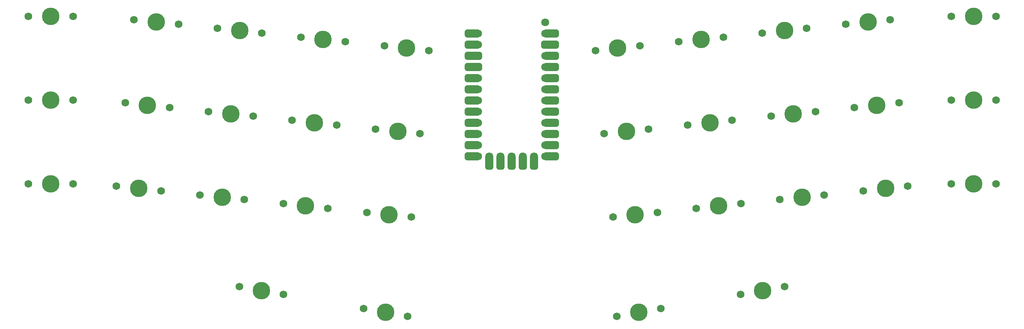
<source format=gbr>
%TF.GenerationSoftware,KiCad,Pcbnew,8.0.4*%
%TF.CreationDate,2024-12-12T17:25:20-05:00*%
%TF.ProjectId,babier-v,62616269-6572-42d7-962e-6b696361645f,rev?*%
%TF.SameCoordinates,Original*%
%TF.FileFunction,Soldermask,Top*%
%TF.FilePolarity,Negative*%
%FSLAX46Y46*%
G04 Gerber Fmt 4.6, Leading zero omitted, Abs format (unit mm)*
G04 Created by KiCad (PCBNEW 8.0.4) date 2024-12-12 17:25:20*
%MOMM*%
%LPD*%
G01*
G04 APERTURE LIST*
G04 Aperture macros list*
%AMRoundRect*
0 Rectangle with rounded corners*
0 $1 Rounding radius*
0 $2 $3 $4 $5 $6 $7 $8 $9 X,Y pos of 4 corners*
0 Add a 4 corners polygon primitive as box body*
4,1,4,$2,$3,$4,$5,$6,$7,$8,$9,$2,$3,0*
0 Add four circle primitives for the rounded corners*
1,1,$1+$1,$2,$3*
1,1,$1+$1,$4,$5*
1,1,$1+$1,$6,$7*
1,1,$1+$1,$8,$9*
0 Add four rect primitives between the rounded corners*
20,1,$1+$1,$2,$3,$4,$5,0*
20,1,$1+$1,$4,$5,$6,$7,0*
20,1,$1+$1,$6,$7,$8,$9,0*
20,1,$1+$1,$8,$9,$2,$3,0*%
G04 Aperture macros list end*
%ADD10C,1.750000*%
%ADD11C,3.987800*%
%ADD12C,1.800000*%
%ADD13RoundRect,0.450000X0.450000X-1.300000X0.450000X1.300000X-0.450000X1.300000X-0.450000X-1.300000X0*%
%ADD14RoundRect,0.450000X-1.300000X-0.450000X1.300000X-0.450000X1.300000X0.450000X-1.300000X0.450000X0*%
%ADD15RoundRect,0.450000X-0.450000X-0.450000X0.450000X-0.450000X0.450000X0.450000X-0.450000X0.450000X0*%
G04 APERTURE END LIST*
D10*
%TO.C,SW7*%
X182894156Y-33151831D03*
D11*
X177841985Y-33682834D03*
D10*
X172789814Y-34213837D03*
%TD*%
%TO.C,SW26*%
X167931045Y-73034379D03*
D11*
X162878874Y-73565382D03*
D10*
X157826703Y-74096385D03*
%TD*%
%TO.C,SW23*%
X74150524Y-70113853D03*
D11*
X69098353Y-69582847D03*
D10*
X64046182Y-69051841D03*
%TD*%
%TO.C,SW28*%
X205822330Y-69051846D03*
D11*
X200770159Y-69582849D03*
D10*
X195717988Y-70113852D03*
%TD*%
%TO.C,SW8*%
X201839795Y-31160562D03*
D11*
X196787624Y-31691565D03*
D10*
X191735453Y-32222568D03*
%TD*%
%TO.C,SW15*%
X114033074Y-55150746D03*
D11*
X108980903Y-54619740D03*
D10*
X103928732Y-54088734D03*
%TD*%
%TO.C,SW5*%
X116024341Y-36205104D03*
D11*
X110972170Y-35674098D03*
D10*
X105919999Y-35143092D03*
%TD*%
%TO.C,SW1*%
X35239252Y-28443767D03*
D11*
X30159252Y-28443766D03*
D10*
X25079252Y-28443765D03*
%TD*%
%TO.C,SW24*%
X93096166Y-72105121D03*
D11*
X88043995Y-71574115D03*
D10*
X82991824Y-71043109D03*
%TD*%
%TO.C,SW6*%
X163948512Y-35143095D03*
D11*
X158896341Y-35674098D03*
D10*
X153844170Y-36205101D03*
%TD*%
%TO.C,SW25*%
X112041810Y-74096389D03*
D11*
X106989639Y-73565383D03*
D10*
X101937468Y-73034377D03*
%TD*%
%TO.C,SW33*%
X158683594Y-96668689D03*
D11*
X163686417Y-95786555D03*
D10*
X168689240Y-94904421D03*
%TD*%
%TO.C,SW22*%
X55204881Y-68122587D03*
D11*
X50152710Y-67591581D03*
D10*
X45100539Y-67060575D03*
%TD*%
%TO.C,SW17*%
X184885420Y-52097470D03*
D11*
X179833249Y-52628473D03*
D10*
X174781078Y-53159476D03*
%TD*%
%TO.C,SW32*%
X111184915Y-96668685D03*
D11*
X106182093Y-95786555D03*
D10*
X101179271Y-94904425D03*
%TD*%
%TO.C,SW29*%
X224767971Y-67060578D03*
D11*
X219715800Y-67591581D03*
D10*
X214663629Y-68122584D03*
%TD*%
D12*
%TO.C,U1*%
X142474880Y-29793144D03*
D13*
X139934880Y-61573143D03*
D12*
X139934878Y-60273142D03*
D13*
X137394880Y-61573143D03*
D12*
X137394881Y-60273143D03*
D13*
X134854882Y-61573142D03*
D12*
X134854881Y-60273143D03*
D13*
X132314880Y-61573143D03*
D12*
X132314880Y-60273142D03*
D13*
X129774880Y-61573141D03*
D12*
X129774880Y-60273140D03*
D14*
X143774880Y-60273143D03*
D12*
X142474880Y-60273143D03*
D14*
X143774881Y-57733146D03*
D12*
X142474881Y-57733143D03*
D14*
X143774879Y-55193142D03*
D12*
X142474881Y-55193145D03*
D14*
X143774880Y-52653142D03*
D12*
X142474881Y-52653143D03*
D14*
X143774881Y-50113146D03*
D12*
X142474881Y-50113142D03*
D14*
X143774880Y-47573140D03*
D12*
X142474880Y-47573143D03*
D14*
X143774881Y-45033143D03*
D12*
X142474880Y-45033143D03*
D14*
X143774881Y-42493146D03*
D12*
X142474880Y-42493141D03*
D14*
X143774880Y-39953143D03*
D12*
X142474881Y-39953143D03*
D14*
X143774883Y-37413144D03*
D12*
X142474882Y-37413145D03*
D14*
X143774879Y-34873143D03*
D15*
X142474878Y-34873143D03*
D14*
X143774880Y-32333143D03*
D12*
X142474880Y-32333143D03*
X127234880Y-60273143D03*
D14*
X125934880Y-60273143D03*
D12*
X127234882Y-57733143D03*
D14*
X125934881Y-57733143D03*
D12*
X127234878Y-55193141D03*
D14*
X125934877Y-55193142D03*
D12*
X127234879Y-52653143D03*
D14*
X125934880Y-52653143D03*
D12*
X127234880Y-50113145D03*
D14*
X125934879Y-50113140D03*
D12*
X127234880Y-47573143D03*
D14*
X125934879Y-47573143D03*
D12*
X127234880Y-45033143D03*
D14*
X125934880Y-45033146D03*
D12*
X127234879Y-42493144D03*
D14*
X125934879Y-42493140D03*
D15*
X127234879Y-39953143D03*
D14*
X125934880Y-39953144D03*
D15*
X127234879Y-37413141D03*
D14*
X125934881Y-37413144D03*
D12*
X127234879Y-34873143D03*
D14*
X125934879Y-34873140D03*
D12*
X127234880Y-32333143D03*
D14*
X125934880Y-32333143D03*
%TD*%
D10*
%TO.C,SW4*%
X97078698Y-34213833D03*
D11*
X92026527Y-33682827D03*
D10*
X86974356Y-33151821D03*
%TD*%
%TO.C,SW14*%
X95087432Y-53159479D03*
D11*
X90035261Y-52628473D03*
D10*
X84983090Y-52097467D03*
%TD*%
%TO.C,SW18*%
X203831063Y-50106206D03*
D11*
X198778892Y-50637209D03*
D10*
X193726721Y-51168212D03*
%TD*%
%TO.C,SW10*%
X244789255Y-28443769D03*
D11*
X239709255Y-28443768D03*
D10*
X234629255Y-28443767D03*
%TD*%
%TO.C,SW31*%
X83044034Y-91706689D03*
D11*
X78041212Y-90824559D03*
D10*
X73038390Y-89942429D03*
%TD*%
%TO.C,SW13*%
X76141789Y-51168209D03*
D11*
X71089618Y-50637203D03*
D10*
X66037447Y-50106197D03*
%TD*%
%TO.C,SW21*%
X35239254Y-66543769D03*
D11*
X30159254Y-66543768D03*
D10*
X25079254Y-66543767D03*
%TD*%
%TO.C,SW19*%
X222776703Y-48114937D03*
D11*
X217724532Y-48645940D03*
D10*
X212672361Y-49176943D03*
%TD*%
%TO.C,SW34*%
X186824474Y-91706690D03*
D11*
X191827297Y-90824556D03*
D10*
X196830120Y-89942422D03*
%TD*%
%TO.C,SW11*%
X35239255Y-47493766D03*
D11*
X30159255Y-47493765D03*
D10*
X25079255Y-47493764D03*
%TD*%
%TO.C,SW20*%
X244789255Y-47493771D03*
D11*
X239709255Y-47493770D03*
D10*
X234629255Y-47493769D03*
%TD*%
%TO.C,SW3*%
X78133056Y-32222570D03*
D11*
X73080885Y-31691564D03*
D10*
X68028714Y-31160558D03*
%TD*%
%TO.C,SW12*%
X57196146Y-49176946D03*
D11*
X52143975Y-48645940D03*
D10*
X47091804Y-48114934D03*
%TD*%
%TO.C,SW16*%
X165939778Y-54088737D03*
D11*
X160887607Y-54619740D03*
D10*
X155835436Y-55150743D03*
%TD*%
%TO.C,SW9*%
X220785435Y-29169294D03*
D11*
X215733264Y-29700297D03*
D10*
X210681093Y-30231300D03*
%TD*%
%TO.C,SW2*%
X59187415Y-30231302D03*
D11*
X54135244Y-29700296D03*
D10*
X49083073Y-29169290D03*
%TD*%
%TO.C,SW27*%
X186876688Y-71043113D03*
D11*
X181824517Y-71574116D03*
D10*
X176772346Y-72105119D03*
%TD*%
%TO.C,SW30*%
X244789254Y-66543769D03*
D11*
X239709254Y-66543768D03*
D10*
X234629254Y-66543767D03*
%TD*%
M02*

</source>
